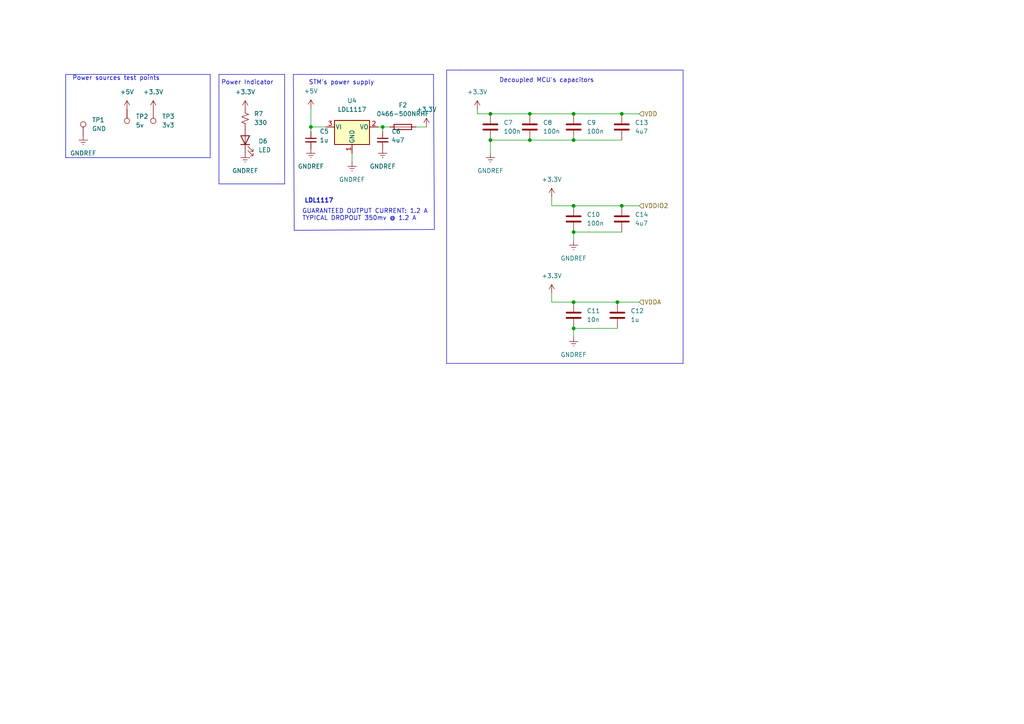
<source format=kicad_sch>
(kicad_sch (version 20230121) (generator eeschema)
  (paper "A4")
  (title_block (title "CAE32 pedals") (date "2024-01-13") (rev "1") (comment 1 "Desing by: janc18") (comment 2 "Version 2.1"))
  (lib_symbols
    (symbol "+5V_1" (power) (pin_names (offset 0))
      (property "Value" "+5V_1" (at 0 3.556 0))
      (symbol "+5V_1_0_1"
        (polyline (pts (xy -0.762 1.27) (xy 0 2.54)))
        (polyline (pts (xy 0 0) (xy 0 2.54)))
        (polyline (pts (xy 0 2.54) (xy 0.762 1.27)))
      )
      (symbol "+5V_1_1_1"
        (pin power_in line (at 0 0 90) (length 0) hide (name "+5V") (number "1"))
      )
    )
    (symbol "Connector:TestPoint" (pin_numbers hide) (pin_names (offset 0.762) hide)
      (property "Reference" "TP" (at 0 6.858 0))
      (property "Value" "TestPoint" (at 0 5.08 0))
      (symbol "TestPoint_0_1"
        (circle (center 0 3.302) (radius 0.762))
      )
      (symbol "TestPoint_1_1"
        (pin passive line (at 0 0 90) (length 2.54) (name "1") (number "1"))
      )
    )
    (symbol "Device:C" (pin_numbers hide) (pin_names (offset 0.254))
      (property "Reference" "C" (at 0.635 2.54 0))
      (property "Value" "C" (at 0.635 -2.54 0))
      (symbol "C_0_1"
        (polyline (pts (xy -2.032 -0.762) (xy 2.032 -0.762)) (stroke (width 0.508)))
        (polyline (pts (xy -2.032 0.762) (xy 2.032 0.762)) (stroke (width 0.508)))
      )
      (symbol "C_1_1"
        (pin passive line (at 0 3.81 270) (length 2.794) (name "~") (number "1"))
        (pin passive line (at 0 -3.81 90) (length 2.794) (name "~") (number "2"))
      )
    )
    (symbol "Device:C_Small" (pin_numbers hide) (pin_names (offset 0.254) hide)
      (property "Reference" "C" (at 0.254 1.778 0))
      (property "Value" "C_Small" (at 0.254 -2.032 0))
      (symbol "C_Small_0_1"
        (polyline (pts (xy -1.524 -0.508) (xy 1.524 -0.508)) (stroke (width 0.3302)))
        (polyline (pts (xy -1.524 0.508) (xy 1.524 0.508)) (stroke (width 0.3048)))
      )
      (symbol "C_Small_1_1"
        (pin passive line (at 0 2.54 270) (length 2.032) (name "~") (number "1"))
        (pin passive line (at 0 -2.54 90) (length 2.032) (name "~") (number "2"))
      )
    )
    (symbol "Device:Fuse" (pin_numbers hide) (pin_names (offset 0))
      (property "Reference" "F" (at 2.032 0 90))
      (property "Value" "Fuse" (at -1.905 0 90))
      (symbol "Fuse_0_1"
        (rectangle (start -0.762 -2.54) (end 0.762 2.54) (stroke (width 0.254)))
        (polyline (pts (xy 0 2.54) (xy 0 -2.54)))
      )
      (symbol "Fuse_1_1"
        (pin passive line (at 0 3.81 270) (length 1.27) (name "~") (number "1"))
        (pin passive line (at 0 -3.81 90) (length 1.27) (name "~") (number "2"))
      )
    )
    (symbol "Device:LED" (pin_numbers hide) (pin_names (offset 1.016) hide)
      (property "Reference" "D" (at 0 2.54 0))
      (property "Value" "LED" (at 0 -2.54 0))
      (symbol "LED_0_1"
        (polyline (pts (xy -1.27 -1.27) (xy -1.27 1.27)) (stroke (width 0.254)))
        (polyline (pts (xy -1.27 0) (xy 1.27 0)))
        (polyline (pts (xy 1.27 -1.27) (xy 1.27 1.27) (xy -1.27 0) (xy 1.27 -1.27)) (stroke (width 0.254)))
        (polyline (pts (xy -3.048 -0.762) (xy -4.572 -2.286) (xy -3.81 -2.286) (xy -4.572 -2.286) (xy -4.572 -1.524)))
        (polyline (pts (xy -1.778 -0.762) (xy -3.302 -2.286) (xy -2.54 -2.286) (xy -3.302 -2.286) (xy -3.302 -1.524)))
      )
      (symbol "LED_1_1"
        (pin passive line (at -3.81 0 0) (length 2.54) (name "K") (number "1"))
        (pin passive line (at 3.81 0 180) (length 2.54) (name "A") (number "2"))
      )
    )
    (symbol "Device:R_Small_US" (pin_numbers hide) (pin_names (offset 0.254) hide)
      (property "Reference" "R" (at 0.762 0.508 0))
      (property "Value" "R_Small_US" (at 0.762 -1.016 0))
      (symbol "R_Small_US_1_1"
        (polyline (pts (xy 0 0) (xy 1.016 -0.381) (xy 0 -0.762) (xy -1.016 -1.143) (xy 0 -1.524)))
        (polyline (pts (xy 0 1.524) (xy 1.016 1.143) (xy 0 0.762) (xy -1.016 0.381) (xy 0 0)))
        (pin passive line (at 0 2.54 270) (length 1.016) (name "~") (number "1"))
        (pin passive line (at 0 -2.54 90) (length 1.016) (name "~") (number "2"))
      )
    )
    (symbol "GNDREF_1" (power) (pin_names (offset 0))
      (property "Value" "GNDREF_1" (at 0 -3.81 0))
      (symbol "GNDREF_1_0_1"
        (polyline (pts (xy -0.635 -1.905) (xy 0.635 -1.905)))
        (polyline (pts (xy -0.127 -2.54) (xy 0.127 -2.54)))
        (polyline (pts (xy 0 -1.27) (xy 0 0)))
        (polyline (pts (xy 1.27 -1.27) (xy -1.27 -1.27)))
      )
      (symbol "GNDREF_1_1_1"
        (pin power_in line (at 0 0 270) (length 0) hide (name "GNDREF") (number "1"))
      )
    )
    (symbol "GNDREF_2" (power) (pin_names (offset 0))
      (property "Value" "GNDREF_2" (at 0 -3.81 0))
      (symbol "GNDREF_2_0_1"
        (polyline (pts (xy -0.635 -1.905) (xy 0.635 -1.905)))
        (polyline (pts (xy -0.127 -2.54) (xy 0.127 -2.54)))
        (polyline (pts (xy 0 -1.27) (xy 0 0)))
        (polyline (pts (xy 1.27 -1.27) (xy -1.27 -1.27)))
      )
      (symbol "GNDREF_2_1_1"
        (pin power_in line (at 0 0 270) (length 0) hide (name "GNDREF") (number "1"))
      )
    )
    (symbol "Regulator_Linear:AP1117-33" (pin_names (offset 0.254))
      (property "Reference" "U" (at -3.81 3.175 0))
      (property "Value" "AP1117-33" (at 0 3.175 0))
      (symbol "AP1117-33_0_1"
        (rectangle (start -5.08 -5.08) (end 5.08 1.905) (stroke (width 0.254)) (fill (type background)))
      )
      (symbol "AP1117-33_1_1"
        (pin power_in line (at 0 -7.62 90) (length 2.54) (name "GND") (number "1"))
        (pin power_out line (at 7.62 0 180) (length 2.54) (name "VO") (number "2"))
        (pin power_in line (at -7.62 0 0) (length 2.54) (name "VI") (number "3"))
      )
    )
    (symbol "power:+3.3V" (power) (pin_names (offset 0))
      (property "Value" "+3.3V" (at 0 3.556 0))
      (symbol "+3.3V_0_1"
        (polyline (pts (xy -0.762 1.27) (xy 0 2.54)))
        (polyline (pts (xy 0 0) (xy 0 2.54)))
        (polyline (pts (xy 0 2.54) (xy 0.762 1.27)))
      )
      (symbol "+3.3V_1_1"
        (pin power_in line (at 0 0 90) (length 0) hide (name "+3.3V") (number "1"))
      )
    )
    (symbol "power:+5V" (power) (pin_names (offset 0))
      (property "Value" "+5V" (at 0 3.556 0))
      (symbol "+5V_0_1"
        (polyline (pts (xy -0.762 1.27) (xy 0 2.54)))
        (polyline (pts (xy 0 0) (xy 0 2.54)))
        (polyline (pts (xy 0 2.54) (xy 0.762 1.27)))
      )
      (symbol "+5V_1_1"
        (pin power_in line (at 0 0 90) (length 0) hide (name "+5V") (number "1"))
      )
    )
    (symbol "power:GNDREF" (power) (pin_names (offset 0))
      (property "Value" "GNDREF" (at 0 -3.81 0))
      (symbol "GNDREF_0_1"
        (polyline (pts (xy -0.635 -1.905) (xy 0.635 -1.905)))
        (polyline (pts (xy -0.127 -2.54) (xy 0.127 -2.54)))
        (polyline (pts (xy 0 -1.27) (xy 0 0)))
        (polyline (pts (xy 1.27 -1.27) (xy -1.27 -1.27)))
      )
      (symbol "GNDREF_1_1"
        (pin power_in line (at 0 0 270) (length 0) hide (name "GNDREF") (number "1"))
      )
    )
  )
  (junction (at 166.37 40.64))
  (junction (at 166.37 33.02))
  (junction (at 153.67 40.64))
  (junction (at 179.07 87.63))
  (junction (at 90.17 36.83))
  (junction (at 180.34 59.69))
  (junction (at 180.34 33.02))
  (junction (at 166.37 67.31))
  (junction (at 153.67 33.02))
  (junction (at 166.37 95.25))
  (junction (at 110.998 36.83))
  (junction (at 166.37 87.63))
  (junction (at 142.24 33.02))
  (junction (at 166.37 59.69))
  (junction (at 142.24 40.64))
  (polyline (pts (xy 63.5 21.59) (xy 82.55 21.59)))
  (polyline (pts (xy 198.12 105.41) (xy 129.54 105.41)))
  (wire (pts (xy 166.37 59.69) (xy 180.34 59.69)))
  (wire (pts (xy 179.07 87.63) (xy 185.42 87.63)))
  (wire (pts (xy 90.17 36.83) (xy 90.17 38.1)))
  (wire (pts (xy 160.02 57.15) (xy 160.02 59.69)))
  (polyline (pts (xy 125.73 21.59) (xy 125.984 66.548)))
  (wire (pts (xy 102.108 44.45) (xy 102.108 46.99)))
  (polyline (pts (xy 82.55 21.59) (xy 82.55 53.34)))
  (wire (pts (xy 180.34 59.69) (xy 185.42 59.69)))
  (polyline (pts (xy 129.54 105.41) (xy 129.54 20.32)))
  (wire (pts (xy 138.43 33.02) (xy 142.24 33.02)))
  (wire (pts (xy 109.728 36.83) (xy 110.998 36.83)))
  (wire (pts (xy 142.24 40.64) (xy 153.67 40.64)))
  (polyline (pts (xy 60.96 45.72) (xy 19.05 45.72)))
  (wire (pts (xy 160.02 59.69) (xy 166.37 59.69)))
  (wire (pts (xy 166.37 40.64) (xy 180.34 40.64)))
  (wire (pts (xy 90.17 31.496) (xy 90.17 36.83)))
  (polyline (pts (xy 129.54 20.32) (xy 133.35 20.32)))
  (wire (pts (xy 110.998 36.83) (xy 113.03 36.83)))
  (wire (pts (xy 166.37 67.31) (xy 180.34 67.31)))
  (polyline (pts (xy 85.09 21.59) (xy 85.344 66.802)))
  (wire (pts (xy 90.17 36.83) (xy 94.488 36.83)))
  (wire (pts (xy 166.37 67.31) (xy 166.37 69.85)))
  (polyline (pts (xy 63.5 21.59) (xy 63.5 53.34)))
  (wire (pts (xy 166.37 33.02) (xy 180.34 33.02)))
  (wire (pts (xy 166.37 95.25) (xy 166.37 97.79)))
  (polyline (pts (xy 133.35 20.32) (xy 198.12 20.32)))
  (wire (pts (xy 138.43 31.75) (xy 138.43 33.02)))
  (wire (pts (xy 120.65 36.83) (xy 123.698 36.83)))
  (polyline (pts (xy 85.09 21.59) (xy 125.73 21.59)))
  (wire (pts (xy 142.24 33.02) (xy 153.67 33.02)))
  (wire (pts (xy 153.67 33.02) (xy 166.37 33.02)))
  (wire (pts (xy 160.02 87.63) (xy 166.37 87.63)))
  (wire (pts (xy 153.67 40.64) (xy 166.37 40.64)))
  (polyline (pts (xy 125.984 66.548) (xy 85.344 66.802)))
  (wire (pts (xy 160.02 85.09) (xy 160.02 87.63)))
  (wire (pts (xy 180.34 33.02) (xy 185.42 33.02)))
  (polyline (pts (xy 19.05 21.59) (xy 19.05 45.72)))
  (polyline (pts (xy 198.12 20.32) (xy 198.12 105.41)))
  (polyline (pts (xy 19.05 21.59) (xy 60.96 21.59)))
  (polyline (pts (xy 60.96 21.59) (xy 60.96 45.72)))
  (wire (pts (xy 166.37 95.25) (xy 179.07 95.25)))
  (wire (pts (xy 142.24 40.64) (xy 142.24 44.45)))
  (wire (pts (xy 110.998 36.83) (xy 110.998 38.1)))
  (polyline (pts (xy 82.55 53.34) (xy 63.5 53.34)))
  (wire (pts (xy 166.37 87.63) (xy 179.07 87.63)))
  (text "Decoupled MCU's capacitors" (at 144.78 24.13 0) (effects (font (size 1.27 1.27)) (justify left bottom)))
  (text "Power Indicator" (at 64.135 24.765 0) (effects (font (size 1.27 1.27)) (justify left bottom)))
  (text "GUARANTEED OUTPUT CURRENT: 1.2 A\nTYPICAL DROPOUT 350mv @ 1.2 A" (at 87.63 64.135 0) (effects (font (size 1.27 1.27)) (justify left bottom)))
  (text "STM's power supply" (at 89.535 24.765 0) (effects (font (size 1.27 1.27)) (justify left bottom)))
  (text "Power sources test points" (at 20.955 23.495 0) (effects (font (size 1.27 1.27)) (justify left bottom)))
  (text "LDL1117" (at 88.265 59.055 0) (effects (font (size 1.27 1.27) bold) (justify left bottom)))
  (hierarchical_label "VDDA" (shape input) (at 185.42 87.63 0))
  (hierarchical_label "VDDIO2" (shape input) (at 185.42 59.69 0))
  (hierarchical_label "VDD" (shape input) (at 185.42 33.02 0))
  (symbol (lib_id "Regulator_Linear:AP1117-33") (at 102.108 36.83 0) (unit 1)
    (property "Reference" "U4" (at 102.108 29.21 0))
    (property "Value" "LDL1117" (at 102.108 31.75 0))
    (property "Footprint" "Package_TO_SOT_SMD:SOT-223-3_TabPin2" (effects hide))
    (property "Datasheet" "http://www.diodes.com/datasheets/AP1117.pdf" (effects hide))
    (property "LCSC_PART" "C2798214" (effects hide))
    (property "Item" "C2798214" (effects hide))
    (property "Qty" "1" (effects hide))
    (property "Vendor" "C2798214" (effects hide))
  )
  (symbol (lib_id "Device:C") (at 166.37 36.83 0) (unit 1)
    (property "Reference" "C9" (at 170.18 35.5599 0) (effects (justify left)))
    (property "Value" "100n" (at 170.18 38.0999 0) (effects (justify left)))
    (property "Footprint" "Capacitor_SMD:C_0603_1608Metric" (effects hide))
    (property "LCSC_PART" "c1591" (effects hide))
    (property "Item" "c1591" (effects hide))
    (property "Qty" "22" (effects hide))
    (property "Vendor" "c1591" (effects hide))
  )
  (symbol (lib_name "GNDREF_1") (lib_id "power:GNDREF") (at 24.13 39.37 0) (unit 1)
    (property "Reference" "#PWR049" (effects hide))
    (property "Value" "GNDREF" (at 24.13 44.45 0))
  )
  (symbol (lib_id "power:+3.3V") (at 160.02 57.15 0) (unit 1)
    (property "Reference" "#PWR061" (effects hide))
    (property "Value" "+3.3V" (at 160.02 52.07 0))
  )
  (symbol (lib_name "GNDREF_2") (lib_id "power:GNDREF") (at 142.24 44.45 0) (unit 1)
    (property "Reference" "#PWR060" (effects hide))
    (property "Value" "GNDREF" (at 142.24 49.53 0))
  )
  (symbol (lib_id "Connector:TestPoint") (at 44.45 31.75 180) (unit 1)
    (property "Reference" "TP3" (at 46.99 33.7819 0) (effects (justify right)))
    (property "Value" "3v3" (at 46.99 36.3219 0) (effects (justify right)))
    (property "Footprint" "TestPoint:TestPoint_Pad_D1.0mm" (effects hide))
    (property "Qty" "1" (effects hide))
  )
  (symbol (lib_id "power:+3.3V") (at 71.12 31.75 0) (unit 1)
    (property "Reference" "#PWR052" (effects hide))
    (property "Value" "+3.3V" (at 71.12 26.67 0))
  )
  (symbol (lib_id "power:+3.3V") (at 123.698 36.83 0) (unit 1)
    (property "Reference" "#PWR058" (effects hide))
    (property "Value" "+3.3V" (at 123.698 31.75 0))
  )
  (symbol (lib_id "Connector:TestPoint") (at 36.83 31.75 180) (unit 1)
    (property "Reference" "TP2" (at 39.37 33.7819 0) (effects (justify right)))
    (property "Value" "5v" (at 39.37 36.3219 0) (effects (justify right)))
    (property "Footprint" "TestPoint:TestPoint_Pad_D1.0mm" (effects hide))
    (property "Qty" "1" (effects hide))
  )
  (symbol (lib_id "Device:R_Small_US") (at 71.12 34.29 0) (unit 1)
    (property "Reference" "R7" (at 73.66 33.0199 0) (effects (justify left)))
    (property "Value" "330" (at 73.66 35.5599 0) (effects (justify left)))
    (property "Footprint" "Resistor_SMD:R_0603_1608Metric" (effects hide))
    (property "LCSC_PART" "C25804" (effects hide))
    (property "Item" "C25804" (effects hide))
    (property "Qty" "4" (effects hide))
    (property "Vendor" "C25804" (effects hide))
  )
  (symbol (lib_id "Connector:TestPoint") (at 24.13 39.37 0) (unit 1)
    (property "Reference" "TP1" (at 26.67 34.7979 0) (effects (justify left)))
    (property "Value" "GND" (at 26.67 37.3379 0) (effects (justify left)))
    (property "Footprint" "TestPoint:TestPoint_Pad_D1.0mm" (effects hide))
    (property "Qty" "1" (effects hide))
  )
  (symbol (lib_id "power:+3.3V") (at 160.02 85.09 0) (unit 1)
    (property "Reference" "#PWR062" (effects hide))
    (property "Value" "+3.3V" (at 160.02 80.01 0))
  )
  (symbol (lib_id "Device:C") (at 180.34 63.5 0) (unit 1)
    (property "Reference" "C14" (at 184.15 62.2299 0) (effects (justify left)))
    (property "Value" "4u7" (at 184.15 64.7699 0) (effects (justify left)))
    (property "Footprint" "Capacitor_SMD:C_0603_1608Metric" (effects hide))
    (property "LCSC_PART" "C1705" (effects hide))
    (property "Item" "C1705" (effects hide))
    (property "Qty" "3" (effects hide))
    (property "Vendor" "C1705" (effects hide))
  )
  (symbol (lib_id "Device:C") (at 166.37 63.5 0) (unit 1)
    (property "Reference" "C10" (at 170.18 62.2299 0) (effects (justify left)))
    (property "Value" "100n" (at 170.18 64.7699 0) (effects (justify left)))
    (property "Footprint" "Capacitor_SMD:C_0603_1608Metric" (effects hide))
    (property "LCSC_PART" "c1591" (effects hide))
    (property "Item" "c1591" (effects hide))
    (property "Qty" "22" (effects hide))
    (property "Vendor" "c1591" (effects hide))
  )
  (symbol (lib_id "Device:C") (at 180.34 36.83 0) (unit 1)
    (property "Reference" "C13" (at 184.15 35.5599 0) (effects (justify left)))
    (property "Value" "4u7" (at 184.15 38.0999 0) (effects (justify left)))
    (property "Footprint" "Capacitor_SMD:C_0603_1608Metric" (effects hide))
    (property "LCSC_PART" "C1705" (effects hide))
    (property "Item" "C1705" (effects hide))
    (property "Qty" "3" (effects hide))
    (property "Vendor" "C1705" (effects hide))
  )
  (symbol (lib_id "Device:C_Small") (at 110.998 40.64 0) (unit 1)
    (property "Reference" "C6" (at 113.538 38.1 0) (effects (justify left)))
    (property "Value" "4u7" (at 113.538 40.64 0) (effects (justify left)))
    (property "Footprint" "Capacitor_SMD:C_0603_1608Metric" (effects hide))
    (property "LCSC_PART" "C1705" (effects hide))
    (property "Item" "C1705" (effects hide))
    (property "Qty" "3" (effects hide))
    (property "Vendor" "C1705" (effects hide))
  )
  (symbol (lib_id "power:GNDREF") (at 110.998 43.18 0) (unit 1)
    (property "Reference" "#PWR057" (effects hide))
    (property "Value" "GNDREF" (at 110.998 48.26 0))
  )
  (symbol (lib_id "Device:C") (at 179.07 91.44 0) (unit 1)
    (property "Reference" "C12" (at 182.88 90.1699 0) (effects (justify left)))
    (property "Value" "1u" (at 182.88 92.7099 0) (effects (justify left)))
    (property "Footprint" "Capacitor_SMD:C_0603_1608Metric" (effects hide))
    (property "LCSC_PART" "C1592" (effects hide))
    (property "Item" "C1592" (effects hide))
    (property "Qty" "2" (effects hide))
    (property "Vendor" "C1592" (effects hide))
  )
  (symbol (lib_id "Device:Fuse") (at 116.84 36.83 90) (unit 1)
    (property "Reference" "F2" (at 116.84 30.48 90))
    (property "Value" "0466-500NRHF" (at 116.84 33.02 90))
    (property "Footprint" "Fuse:Fuse_0603_1608Metric" (effects hide))
    (property "Datasheet" "https://datasheet.lcsc.com/lcsc/2304140030_Littelfuse-0466-500NRHF_C151133.pdf" (effects hide))
    (property "LCSC_PART" "C151133" (effects hide))
    (property "Item" "C151133" (effects hide))
    (property "Qty" "1" (effects hide))
    (property "Vendor" "C151133" (effects hide))
  )
  (symbol (lib_id "power:+3.3V") (at 138.43 31.75 0) (unit 1)
    (property "Reference" "#PWR059" (effects hide))
    (property "Value" "+3.3V" (at 138.43 26.67 0))
  )
  (symbol (lib_id "Device:C") (at 142.24 36.83 0) (unit 1)
    (property "Reference" "C7" (at 146.05 35.5599 0) (effects (justify left)))
    (property "Value" "100n" (at 146.05 38.0999 0) (effects (justify left)))
    (property "Footprint" "Capacitor_SMD:C_0603_1608Metric" (effects hide))
    (property "LCSC_PART" "c1591" (effects hide))
    (property "Item" "c1591" (effects hide))
    (property "Qty" "22" (effects hide))
    (property "Vendor" "c1591" (effects hide))
  )
  (symbol (lib_id "Device:C_Small") (at 90.17 40.64 0) (unit 1)
    (property "Reference" "C5" (at 92.71 38.1 0) (effects (justify left)))
    (property "Value" "1u" (at 92.71 40.64 0) (effects (justify left)))
    (property "Footprint" "Capacitor_SMD:C_0603_1608Metric" (effects hide))
    (property "LCSC_PART" "C1592" (effects hide))
    (property "Item" "C1592" (effects hide))
    (property "Qty" "2" (effects hide))
    (property "Vendor" "C1592" (effects hide))
  )
  (symbol (lib_id "power:GNDREF") (at 102.108 46.99 0) (unit 1)
    (property "Reference" "#PWR056" (effects hide))
    (property "Value" "GNDREF" (at 102.108 52.07 0))
  )
  (symbol (lib_name "GNDREF_2") (lib_id "power:GNDREF") (at 166.37 69.85 0) (unit 1)
    (property "Reference" "#PWR063" (effects hide))
    (property "Value" "GNDREF" (at 166.37 74.93 0))
  )
  (symbol (lib_id "power:GNDREF") (at 71.12 44.45 0) (unit 1)
    (property "Reference" "#PWR053" (effects hide))
    (property "Value" "GNDREF" (at 71.12 49.53 0))
  )
  (symbol (lib_name "+5V_1") (lib_id "power:+5V") (at 36.83 31.75 0) (unit 1)
    (property "Reference" "#PWR050" (effects hide))
    (property "Value" "+5V" (at 36.83 26.67 0))
  )
  (symbol (lib_id "Device:C") (at 166.37 91.44 0) (unit 1)
    (property "Reference" "C11" (at 170.18 90.1699 0) (effects (justify left)))
    (property "Value" "10n" (at 170.18 92.7099 0) (effects (justify left)))
    (property "Footprint" "Capacitor_SMD:C_0603_1608Metric" (effects hide))
    (property "LCSC_PART" "C100042" (effects hide))
    (property "Item" "C100042" (effects hide))
    (property "Qty" "1" (effects hide))
    (property "Vendor" "C100042" (effects hide))
  )
  (symbol (lib_id "Device:LED") (at 71.12 40.64 90) (unit 1)
    (property "Reference" "D6" (at 74.93 40.9574 90) (effects (justify right)))
    (property "Value" "LED" (at 74.93 43.4974 90) (effects (justify right)))
    (property "Footprint" "LED_SMD:LED_0805_2012Metric" (effects hide))
    (property "Datasheet" "https://datasheet.lcsc.com/lcsc/2211030000_XINGLIGHT-XL-2012UGC_C965815.pdf" (effects hide))
    (property "LCSC_PART" "C965815" (effects hide))
    (property "Item" "C965815" (effects hide))
    (property "Qty" "4" (effects hide))
    (property "Vendor" "C965815" (effects hide))
  )
  (symbol (lib_id "power:+5V") (at 90.17 31.496 0) (mirror y) (unit 1)
    (property "Reference" "#PWR054" (effects hide))
    (property "Value" "+5V" (at 90.17 26.416 0))
  )
  (symbol (lib_name "GNDREF_2") (lib_id "power:GNDREF") (at 166.37 97.79 0) (unit 1)
    (property "Reference" "#PWR064" (effects hide))
    (property "Value" "GNDREF" (at 166.37 102.87 0))
  )
  (symbol (lib_id "Device:C") (at 153.67 36.83 0) (unit 1)
    (property "Reference" "C8" (at 157.48 35.5599 0) (effects (justify left)))
    (property "Value" "100n" (at 157.48 38.0999 0) (effects (justify left)))
    (property "Footprint" "Capacitor_SMD:C_0603_1608Metric" (effects hide))
    (property "LCSC_PART" "c1591" (effects hide))
    (property "Item" "c1591" (effects hide))
    (property "Qty" "22" (effects hide))
    (property "Vendor" "c1591" (effects hide))
  )
  (symbol (lib_id "power:+3.3V") (at 44.45 31.75 0) (unit 1)
    (property "Reference" "#PWR051" (effects hide))
    (property "Value" "+3.3V" (at 44.45 26.67 0))
  )
  (symbol (lib_id "power:GNDREF") (at 90.17 43.18 0) (unit 1)
    (property "Reference" "#PWR055" (effects hide))
    (property "Value" "GNDREF" (at 90.17 48.26 0))
  )
)
</source>
